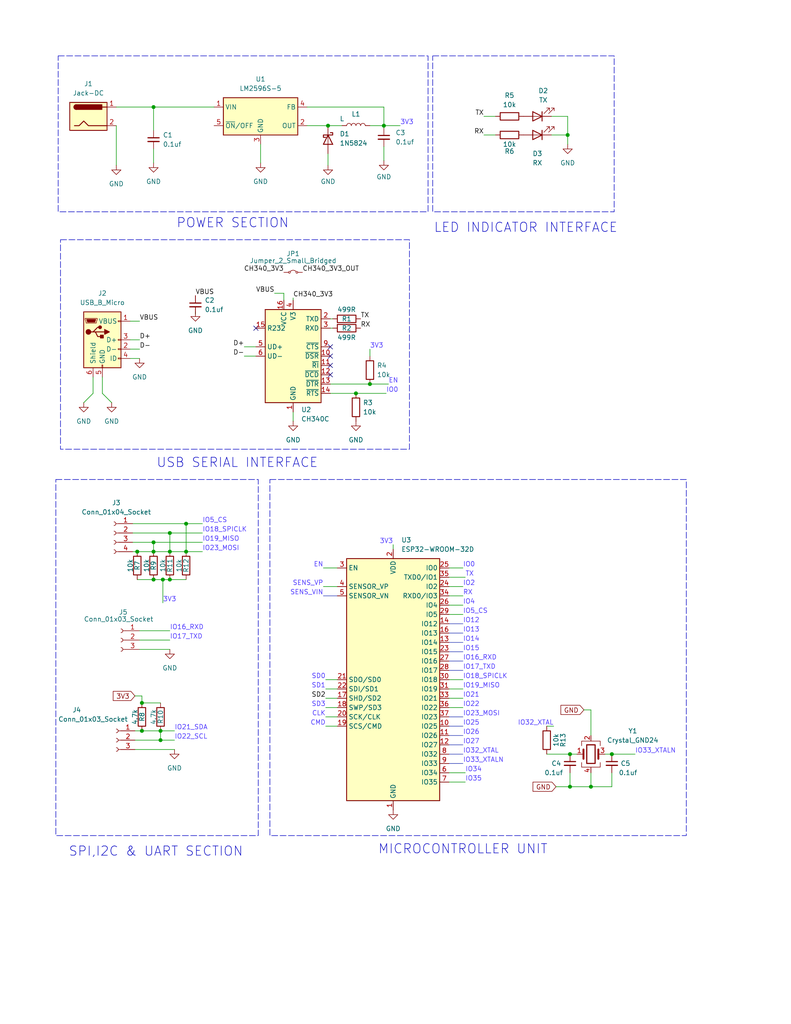
<source format=kicad_sch>
(kicad_sch (version 20231120) (generator "eeschema") (generator_version "8.0")
  (paper "A" portrait)
  (title_block (title "ESP32_DEV_BOARD") (date "2024-08-21") (rev "V1"))
  (lib_symbols
    (symbol "Connector:Conn_01x03_Socket" (pin_names (offset 1.016) hide)
      (property "Reference" "J" (at 0 5.08 0))
      (property "Value" "Conn_01x03_Socket" (at 0 -5.08 0))
      (symbol "Conn_01x03_Socket_1_1"
        (arc (start 0 -2.032) (mid -0.5058 -2.54) (end 0 -3.048) (stroke (width 0.1524)))
        (polyline (pts (xy -1.27 -2.54) (xy -0.508 -2.54)) (stroke (width 0.1524)))
        (polyline (pts (xy -1.27 0) (xy -0.508 0)) (stroke (width 0.1524)))
        (polyline (pts (xy -1.27 2.54) (xy -0.508 2.54)) (stroke (width 0.1524)))
        (arc (start 0 0.508) (mid -0.5058 0) (end 0 -0.508) (stroke (width 0.1524)))
        (arc (start 0 3.048) (mid -0.5058 2.54) (end 0 2.032) (stroke (width 0.1524)))
        (pin passive line (at -5.08 2.54 0) (length 3.81) (name "Pin_1") (number "1"))
        (pin passive line (at -5.08 0 0) (length 3.81) (name "Pin_2") (number "2"))
        (pin passive line (at -5.08 -2.54 0) (length 3.81) (name "Pin_3") (number "3"))
      )
    )
    (symbol "Connector:Conn_01x04_Socket" (pin_names (offset 1.016) hide)
      (property "Reference" "J" (at 0 5.08 0))
      (property "Value" "Conn_01x04_Socket" (at 0 -7.62 0))
      (symbol "Conn_01x04_Socket_1_1"
        (arc (start 0 -4.572) (mid -0.5058 -5.08) (end 0 -5.588) (stroke (width 0.1524)))
        (arc (start 0 -2.032) (mid -0.5058 -2.54) (end 0 -3.048) (stroke (width 0.1524)))
        (polyline (pts (xy -1.27 -5.08) (xy -0.508 -5.08)) (stroke (width 0.1524)))
        (polyline (pts (xy -1.27 -2.54) (xy -0.508 -2.54)) (stroke (width 0.1524)))
        (polyline (pts (xy -1.27 0) (xy -0.508 0)) (stroke (width 0.1524)))
        (polyline (pts (xy -1.27 2.54) (xy -0.508 2.54)) (stroke (width 0.1524)))
        (arc (start 0 0.508) (mid -0.5058 0) (end 0 -0.508) (stroke (width 0.1524)))
        (arc (start 0 3.048) (mid -0.5058 2.54) (end 0 2.032) (stroke (width 0.1524)))
        (pin passive line (at -5.08 2.54 0) (length 3.81) (name "Pin_1") (number "1"))
        (pin passive line (at -5.08 0 0) (length 3.81) (name "Pin_2") (number "2"))
        (pin passive line (at -5.08 -2.54 0) (length 3.81) (name "Pin_3") (number "3"))
        (pin passive line (at -5.08 -5.08 0) (length 3.81) (name "Pin_4") (number "4"))
      )
    )
    (symbol "Connector:Jack-DC" (pin_names (offset 1.016))
      (property "Reference" "J" (at 0 5.334 0))
      (property "Value" "Jack-DC" (at 0 -5.08 0))
      (symbol "Jack-DC_0_1"
        (rectangle (start -5.08 3.81) (end 5.08 -3.81) (stroke (width 0.254)) (fill (type background)))
        (arc (start -3.302 3.175) (mid -3.9343 2.54) (end -3.302 1.905) (stroke (width 0.254)))
        (arc (start -3.302 3.175) (mid -3.9343 2.54) (end -3.302 1.905) (stroke (width 0.254)) (fill (type outline)))
        (polyline (pts (xy 5.08 2.54) (xy 3.81 2.54)) (stroke (width 0.254)))
        (polyline (pts (xy -3.81 -2.54) (xy -2.54 -2.54) (xy -1.27 -1.27) (xy 0 -2.54) (xy 2.54 -2.54) (xy 5.08 -2.54)) (stroke (width 0.254)))
        (rectangle (start 3.683 3.175) (end -3.302 1.905) (stroke (width 0.254)) (fill (type outline)))
      )
      (symbol "Jack-DC_1_1"
        (pin passive line (at 7.62 2.54 180) (length 2.54) (name "~") (number "1"))
        (pin passive line (at 7.62 -2.54 180) (length 2.54) (name "~") (number "2"))
      )
    )
    (symbol "Connector:USB_B_Micro" (pin_names (offset 1.016))
      (property "Reference" "J" (at -5.08 11.43 0))
      (property "Value" "USB_B_Micro" (at -5.08 8.89 0))
      (symbol "USB_B_Micro_0_1"
        (rectangle (start -5.08 -7.62) (end 5.08 7.62) (stroke (width 0.254)) (fill (type background)))
        (circle (center -3.81 2.159) (radius 0.635) (stroke (width 0.254)) (fill (type outline)))
        (circle (center -0.635 3.429) (radius 0.381) (stroke (width 0.254)) (fill (type outline)))
        (rectangle (start -0.127 -7.62) (end 0.127 -6.858))
        (polyline (pts (xy -1.905 2.159) (xy 0.635 2.159)) (stroke (width 0.254)))
        (polyline (pts (xy -3.175 2.159) (xy -2.54 2.159) (xy -1.27 3.429) (xy -0.635 3.429)) (stroke (width 0.254)))
        (polyline (pts (xy -2.54 2.159) (xy -1.905 2.159) (xy -1.27 0.889) (xy 0 0.889)) (stroke (width 0.254)))
        (polyline (pts (xy 0.635 2.794) (xy 0.635 1.524) (xy 1.905 2.159) (xy 0.635 2.794)) (stroke (width 0.254)) (fill (type outline)))
        (polyline (pts (xy -4.318 5.588) (xy -1.778 5.588) (xy -2.032 4.826) (xy -4.064 4.826) (xy -4.318 5.588)) (fill (type outline)))
        (polyline (pts (xy -4.699 5.842) (xy -4.699 5.588) (xy -4.445 4.826) (xy -4.445 4.572) (xy -1.651 4.572) (xy -1.651 4.826) (xy -1.397 5.588) (xy -1.397 5.842) (xy -4.699 5.842)))
        (rectangle (start 0.254 1.27) (end -0.508 0.508) (stroke (width 0.254)) (fill (type outline)))
        (rectangle (start 5.08 -5.207) (end 4.318 -4.953))
        (rectangle (start 5.08 -2.667) (end 4.318 -2.413))
        (rectangle (start 5.08 -0.127) (end 4.318 0.127))
        (rectangle (start 5.08 4.953) (end 4.318 5.207))
      )
      (symbol "USB_B_Micro_1_1"
        (pin power_out line (at 7.62 5.08 180) (length 2.54) (name "VBUS") (number "1"))
        (pin bidirectional line (at 7.62 -2.54 180) (length 2.54) (name "D-") (number "2"))
        (pin bidirectional line (at 7.62 0 180) (length 2.54) (name "D+") (number "3"))
        (pin passive line (at 7.62 -5.08 180) (length 2.54) (name "ID") (number "4"))
        (pin power_out line (at 0 -10.16 90) (length 2.54) (name "GND") (number "5"))
        (pin passive line (at -2.54 -10.16 90) (length 2.54) (name "Shield") (number "6"))
      )
    )
    (symbol "Device:C_Small" (pin_numbers hide) (pin_names (offset 0.254) hide)
      (property "Reference" "C" (at 0.254 1.778 0))
      (property "Value" "C_Small" (at 0.254 -2.032 0))
      (symbol "C_Small_0_1"
        (polyline (pts (xy -1.524 -0.508) (xy 1.524 -0.508)) (stroke (width 0.3302)))
        (polyline (pts (xy -1.524 0.508) (xy 1.524 0.508)) (stroke (width 0.3048)))
      )
      (symbol "C_Small_1_1"
        (pin passive line (at 0 2.54 270) (length 2.032) (name "~") (number "1"))
        (pin passive line (at 0 -2.54 90) (length 2.032) (name "~") (number "2"))
      )
    )
    (symbol "Device:Crystal_GND24" (pin_names (offset 1.016) hide)
      (property "Reference" "Y" (at 3.175 5.08 0))
      (property "Value" "Crystal_GND24" (at 3.175 3.175 0))
      (symbol "Crystal_GND24_0_1"
        (rectangle (start -1.143 2.54) (end 1.143 -2.54) (stroke (width 0.3048)))
        (polyline (pts (xy -2.54 0) (xy -2.032 0)))
        (polyline (pts (xy -2.032 -1.27) (xy -2.032 1.27)) (stroke (width 0.508)))
        (polyline (pts (xy 0 -3.81) (xy 0 -3.556)))
        (polyline (pts (xy 0 3.556) (xy 0 3.81)))
        (polyline (pts (xy 2.032 -1.27) (xy 2.032 1.27)) (stroke (width 0.508)))
        (polyline (pts (xy 2.032 0) (xy 2.54 0)))
        (polyline (pts (xy -2.54 -2.286) (xy -2.54 -3.556) (xy 2.54 -3.556) (xy 2.54 -2.286)))
        (polyline (pts (xy -2.54 2.286) (xy -2.54 3.556) (xy 2.54 3.556) (xy 2.54 2.286)))
      )
      (symbol "Crystal_GND24_1_1"
        (pin passive line (at -3.81 0 0) (length 1.27) (name "1") (number "1"))
        (pin passive line (at 0 5.08 270) (length 1.27) (name "2") (number "2"))
        (pin passive line (at 3.81 0 180) (length 1.27) (name "3") (number "3"))
        (pin passive line (at 0 -5.08 90) (length 1.27) (name "4") (number "4"))
      )
    )
    (symbol "Device:L" (pin_numbers hide) (pin_names (offset 1.016) hide)
      (property "Reference" "L" (at -1.27 0 90))
      (property "Value" "L" (at 1.905 0 90))
      (symbol "L_0_1"
        (arc (start 0 -2.54) (mid 0.6323 -1.905) (end 0 -1.27))
        (arc (start 0 -1.27) (mid 0.6323 -0.635) (end 0 0))
        (arc (start 0 0) (mid 0.6323 0.635) (end 0 1.27))
        (arc (start 0 1.27) (mid 0.6323 1.905) (end 0 2.54))
      )
      (symbol "L_1_1"
        (pin passive line (at 0 3.81 270) (length 1.27) (name "1") (number "1"))
        (pin passive line (at 0 -3.81 90) (length 1.27) (name "2") (number "2"))
      )
    )
    (symbol "Device:LED" (pin_numbers hide) (pin_names (offset 1.016) hide)
      (property "Reference" "D" (at 0 2.54 0))
      (property "Value" "LED" (at 0 -2.54 0))
      (symbol "LED_0_1"
        (polyline (pts (xy -1.27 -1.27) (xy -1.27 1.27)) (stroke (width 0.254)))
        (polyline (pts (xy -1.27 0) (xy 1.27 0)))
        (polyline (pts (xy 1.27 -1.27) (xy 1.27 1.27) (xy -1.27 0) (xy 1.27 -1.27)) (stroke (width 0.254)))
        (polyline (pts (xy -3.048 -0.762) (xy -4.572 -2.286) (xy -3.81 -2.286) (xy -4.572 -2.286) (xy -4.572 -1.524)))
        (polyline (pts (xy -1.778 -0.762) (xy -3.302 -2.286) (xy -2.54 -2.286) (xy -3.302 -2.286) (xy -3.302 -1.524)))
      )
      (symbol "LED_1_1"
        (pin passive line (at -3.81 0 0) (length 2.54) (name "K") (number "1"))
        (pin passive line (at 3.81 0 180) (length 2.54) (name "A") (number "2"))
      )
    )
    (symbol "Device:R" (pin_numbers hide) (pin_names (offset 0))
      (property "Reference" "R" (at 2.032 0 90))
      (property "Value" "R" (at 0 0 90))
      (symbol "R_0_1"
        (rectangle (start -1.016 -2.54) (end 1.016 2.54) (stroke (width 0.254)))
      )
      (symbol "R_1_1"
        (pin passive line (at 0 3.81 270) (length 1.27) (name "~") (number "1"))
        (pin passive line (at 0 -3.81 90) (length 1.27) (name "~") (number "2"))
      )
    )
    (symbol "Diode:1N5817" (pin_numbers hide) (pin_names (offset 1.016) hide)
      (property "Reference" "D" (at 0 2.54 0))
      (property "Value" "1N5817" (at 0 -2.54 0))
      (symbol "1N5817_0_1"
        (polyline (pts (xy 1.27 0) (xy -1.27 0)))
        (polyline (pts (xy 1.27 1.27) (xy 1.27 -1.27) (xy -1.27 0) (xy 1.27 1.27)) (stroke (width 0.254)))
        (polyline (pts (xy -1.905 0.635) (xy -1.905 1.27) (xy -1.27 1.27) (xy -1.27 -1.27) (xy -0.635 -1.27) (xy -0.635 -0.635)) (stroke (width 0.254)))
      )
      (symbol "1N5817_1_1"
        (pin passive line (at -3.81 0 0) (length 2.54) (name "K") (number "1"))
        (pin passive line (at 3.81 0 180) (length 2.54) (name "A") (number "2"))
      )
    )
    (symbol "Interface_USB:CH340C"
      (property "Reference" "U" (at -5.08 13.97 0))
      (property "Value" "CH340C" (at 1.27 13.97 0))
      (symbol "CH340C_0_1"
        (rectangle (start -7.62 12.7) (end 7.62 -12.7) (stroke (width 0.254)) (fill (type background)))
      )
      (symbol "CH340C_1_1"
        (pin power_in line (at 0 -15.24 90) (length 2.54) (name "GND") (number "1"))
        (pin input line (at 10.16 0 180) (length 2.54) (name "~{DSR}") (number "10"))
        (pin input line (at 10.16 -2.54 180) (length 2.54) (name "~{RI}") (number "11"))
        (pin input line (at 10.16 -5.08 180) (length 2.54) (name "~{DCD}") (number "12"))
        (pin output line (at 10.16 -7.62 180) (length 2.54) (name "~{DTR}") (number "13"))
        (pin output line (at 10.16 -10.16 180) (length 2.54) (name "~{RTS}") (number "14"))
        (pin input line (at -10.16 7.62 0) (length 2.54) (name "R232") (number "15"))
        (pin power_in line (at -2.54 15.24 270) (length 2.54) (name "VCC") (number "16"))
        (pin output line (at 10.16 10.16 180) (length 2.54) (name "TXD") (number "2"))
        (pin input line (at 10.16 7.62 180) (length 2.54) (name "RXD") (number "3"))
        (pin power_out line (at 0 15.24 270) (length 2.54) (name "V3") (number "4"))
        (pin bidirectional line (at -10.16 2.54 0) (length 2.54) (name "UD+") (number "5"))
        (pin bidirectional line (at -10.16 0 0) (length 2.54) (name "UD-") (number "6"))
        (pin no_connect line (at -7.62 -5.08 0) (length 2.54) hide (name "NC") (number "7"))
        (pin no_connect line (at -7.62 -7.62 0) (length 2.54) hide (name "NC") (number "8"))
        (pin input line (at 10.16 2.54 180) (length 2.54) (name "~{CTS}") (number "9"))
      )
    )
    (symbol "Jumper:Jumper_2_Small_Bridged" (pin_numbers hide) (pin_names (offset 0) hide) (exclude_from_sim yes)
      (property "Reference" "JP" (at 0 2.032 0))
      (property "Value" "Jumper_2_Small_Bridged" (at 0 -2.286 0))
      (symbol "Jumper_2_Small_Bridged_0_0"
        (circle (center -1.016 0) (radius 0.254))
        (circle (center 1.016 0) (radius 0.254))
      )
      (symbol "Jumper_2_Small_Bridged_0_1"
        (arc (start 0.762 0.254) (mid 0 0.5696) (end -0.762 0.254))
      )
      (symbol "Jumper_2_Small_Bridged_1_1"
        (pin passive line (at -2.54 0 0) (length 1.27) (name "A") (number "1"))
        (pin passive line (at 2.54 0 180) (length 1.27) (name "B") (number "2"))
      )
    )
    (symbol "RF_Module:ESP32-WROOM-32D"
      (property "Reference" "U" (at -12.7 34.29 0))
      (property "Value" "ESP32-WROOM-32D" (at 1.27 34.29 0))
      (symbol "ESP32-WROOM-32D_0_1"
        (rectangle (start -12.7 33.02) (end 12.7 -33.02) (stroke (width 0.254)) (fill (type background)))
      )
      (symbol "ESP32-WROOM-32D_1_1"
        (pin power_in line (at 0 -35.56 90) (length 2.54) (name "GND") (number "1"))
        (pin bidirectional line (at 15.24 -12.7 180) (length 2.54) (name "IO25") (number "10"))
        (pin bidirectional line (at 15.24 -15.24 180) (length 2.54) (name "IO26") (number "11"))
        (pin bidirectional line (at 15.24 -17.78 180) (length 2.54) (name "IO27") (number "12"))
        (pin bidirectional line (at 15.24 10.16 180) (length 2.54) (name "IO14") (number "13"))
        (pin bidirectional line (at 15.24 15.24 180) (length 2.54) (name "IO12") (number "14"))
        (pin passive line (at 0 -35.56 90) (length 2.54) hide (name "GND") (number "15"))
        (pin bidirectional line (at 15.24 12.7 180) (length 2.54) (name "IO13") (number "16"))
        (pin bidirectional line (at -15.24 -5.08 0) (length 2.54) (name "SHD/SD2") (number "17"))
        (pin bidirectional line (at -15.24 -7.62 0) (length 2.54) (name "SWP/SD3") (number "18"))
        (pin bidirectional line (at -15.24 -12.7 0) (length 2.54) (name "SCS/CMD") (number "19"))
        (pin power_in line (at 0 35.56 270) (length 2.54) (name "VDD") (number "2"))
        (pin bidirectional line (at -15.24 -10.16 0) (length 2.54) (name "SCK/CLK") (number "20"))
        (pin bidirectional line (at -15.24 0 0) (length 2.54) (name "SDO/SD0") (number "21"))
        (pin bidirectional line (at -15.24 -2.54 0) (length 2.54) (name "SDI/SD1") (number "22"))
        (pin bidirectional line (at 15.24 7.62 180) (length 2.54) (name "IO15") (number "23"))
        (pin bidirectional line (at 15.24 25.4 180) (length 2.54) (name "IO2") (number "24"))
        (pin bidirectional line (at 15.24 30.48 180) (length 2.54) (name "IO0") (number "25"))
        (pin bidirectional line (at 15.24 20.32 180) (length 2.54) (name "IO4") (number "26"))
        (pin bidirectional line (at 15.24 5.08 180) (length 2.54) (name "IO16") (number "27"))
        (pin bidirectional line (at 15.24 2.54 180) (length 2.54) (name "IO17") (number "28"))
        (pin bidirectional line (at 15.24 17.78 180) (length 2.54) (name "IO5") (number "29"))
        (pin input line (at -15.24 30.48 0) (length 2.54) (name "EN") (number "3"))
        (pin bidirectional line (at 15.24 0 180) (length 2.54) (name "IO18") (number "30"))
        (pin bidirectional line (at 15.24 -2.54 180) (length 2.54) (name "IO19") (number "31"))
        (pin no_connect line (at -12.7 -27.94 0) (length 2.54) hide (name "NC") (number "32"))
        (pin bidirectional line (at 15.24 -5.08 180) (length 2.54) (name "IO21") (number "33"))
        (pin bidirectional line (at 15.24 22.86 180) (length 2.54) (name "RXD0/IO3") (number "34"))
        (pin bidirectional line (at 15.24 27.94 180) (length 2.54) (name "TXD0/IO1") (number "35"))
        (pin bidirectional line (at 15.24 -7.62 180) (length 2.54) (name "IO22") (number "36"))
        (pin bidirectional line (at 15.24 -10.16 180) (length 2.54) (name "IO23") (number "37"))
        (pin passive line (at 0 -35.56 90) (length 2.54) hide (name "GND") (number "38"))
        (pin passive line (at 0 -35.56 90) (length 2.54) hide (name "GND") (number "39"))
        (pin input line (at -15.24 25.4 0) (length 2.54) (name "SENSOR_VP") (number "4"))
        (pin input line (at -15.24 22.86 0) (length 2.54) (name "SENSOR_VN") (number "5"))
        (pin input line (at 15.24 -25.4 180) (length 2.54) (name "IO34") (number "6"))
        (pin input line (at 15.24 -27.94 180) (length 2.54) (name "IO35") (number "7"))
        (pin bidirectional line (at 15.24 -20.32 180) (length 2.54) (name "IO32") (number "8"))
        (pin bidirectional line (at 15.24 -22.86 180) (length 2.54) (name "IO33") (number "9"))
      )
    )
    (symbol "Regulator_Switching:LM2596S-5"
      (property "Reference" "U" (at -10.16 6.35 0))
      (property "Value" "LM2596S-5" (at 0 6.35 0))
      (symbol "LM2596S-5_0_1"
        (rectangle (start -10.16 5.08) (end 10.16 -5.08) (stroke (width 0.254)) (fill (type background)))
      )
      (symbol "LM2596S-5_1_1"
        (pin power_in line (at -12.7 2.54 0) (length 2.54) (name "VIN") (number "1"))
        (pin output line (at 12.7 -2.54 180) (length 2.54) (name "OUT") (number "2"))
        (pin power_in line (at 0 -7.62 90) (length 2.54) (name "GND") (number "3"))
        (pin input line (at 12.7 2.54 180) (length 2.54) (name "FB") (number "4"))
        (pin input line (at -12.7 -2.54 0) (length 2.54) (name "~{ON}/OFF") (number "5"))
      )
    )
    (symbol "power:GND" (power) (pin_numbers hide) (pin_names (offset 0) hide)
      (property "Value" "GND" (at 0 -3.81 0))
      (symbol "GND_0_1"
        (polyline (pts (xy 0 0) (xy 0 -1.27) (xy 1.27 -1.27) (xy 0 -2.54) (xy -1.27 -1.27) (xy 0 -1.27)))
      )
      (symbol "GND_1_1"
        (pin power_in line (at 0 0 270) (length 0) (name "~") (number "1"))
      )
    )
  )
  (junction (at 41.91 150.495))
  (junction (at 37.465 150.495))
  (junction (at 104.775 34.29))
  (junction (at 167.005 205.74))
  (junction (at 97.155 107.315))
  (junction (at 155.575 205.74))
  (junction (at 44.45 158.115))
  (junction (at 50.8 142.875))
  (junction (at 154.94 36.83))
  (junction (at 155.575 214.63))
  (junction (at 43.815 199.39))
  (junction (at 38.735 199.39))
  (junction (at 41.91 29.21))
  (junction (at 41.91 158.115))
  (junction (at 46.355 158.115))
  (junction (at 161.29 214.63))
  (junction (at 46.355 150.495))
  (junction (at 100.965 104.775))
  (junction (at 50.8 150.495))
  (junction (at 38.735 191.77))
  (junction (at 41.91 147.955))
  (junction (at 43.815 201.93))
  (junction (at 46.355 145.415))
  (junction (at 89.535 34.29))
  (no_connect (at 90.17 102.235))
  (no_connect (at 90.17 97.155))
  (no_connect (at 69.85 89.535))
  (no_connect (at 90.17 94.615))
  (no_connect (at 90.17 99.695))
  (wire (pts (xy 41.91 40.64) (xy 41.91 44.45)))
  (wire (pts (xy 38.1 177.165) (xy 46.355 177.165)))
  (wire (pts (xy 77.47 80.01) (xy 77.47 81.915)))
  (wire (pts (xy 46.355 145.415) (xy 55.245 145.415)))
  (wire (pts (xy 127 210.82) (xy 122.555 210.82)))
  (wire (pts (xy 167.005 205.74) (xy 173.355 205.74)))
  (wire (pts (xy 126.365 195.58) (xy 122.555 195.58)) (stroke (width 0) (color 40 56 181 1)))
  (wire (pts (xy 126.365 193.04) (xy 122.555 193.04)))
  (wire (pts (xy 154.94 31.75) (xy 150.495 31.75)))
  (wire (pts (xy 155.575 210.82) (xy 155.575 214.63)))
  (wire (pts (xy 126.365 172.72) (xy 122.555 172.72)) (stroke (width 0) (color 40 56 181 1)))
  (wire (pts (xy 126.365 154.94) (xy 122.555 154.94)))
  (wire (pts (xy 36.195 145.415) (xy 46.355 145.415)))
  (wire (pts (xy 155.575 214.63) (xy 161.29 214.63)))
  (wire (pts (xy 25.4 107.315) (xy 22.86 109.855)))
  (wire (pts (xy 90.805 86.995) (xy 90.17 86.995)))
  (wire (pts (xy 41.91 150.495) (xy 41.91 147.955)))
  (wire (pts (xy 88.265 162.56) (xy 92.075 162.56)) (stroke (width 0) (color 40 56 181 1)))
  (wire (pts (xy 41.91 158.115) (xy 44.45 158.115)))
  (wire (pts (xy 36.195 147.955) (xy 41.91 147.955)))
  (wire (pts (xy 88.9 190.5) (xy 92.075 190.5)))
  (wire (pts (xy 104.775 34.29) (xy 104.775 34.925)))
  (wire (pts (xy 90.17 104.775) (xy 100.965 104.775)))
  (wire (pts (xy 43.815 199.39) (xy 38.735 199.39)))
  (wire (pts (xy 66.675 97.155) (xy 69.85 97.155)))
  (wire (pts (xy 53.34 85.725) (xy 53.34 85.09)))
  (wire (pts (xy 41.91 29.21) (xy 58.42 29.21)))
  (wire (pts (xy 104.775 34.29) (xy 109.22 34.29)))
  (wire (pts (xy 126.365 162.56) (xy 122.555 162.56)))
  (wire (pts (xy 38.1 87.63) (xy 35.56 87.63)))
  (wire (pts (xy 41.91 29.21) (xy 41.91 35.56)))
  (wire (pts (xy 126.365 160.02) (xy 122.555 160.02)))
  (wire (pts (xy 100.965 95.25) (xy 100.965 97.155)))
  (wire (pts (xy 50.8 142.875) (xy 55.245 142.875)))
  (wire (pts (xy 132.08 31.75) (xy 135.255 31.75)))
  (wire (pts (xy 25.4 102.87) (xy 25.4 107.315)))
  (wire (pts (xy 149.225 205.74) (xy 155.575 205.74)))
  (wire (pts (xy 46.355 172.085) (xy 38.1 172.085)))
  (wire (pts (xy 31.75 29.21) (xy 41.91 29.21)))
  (wire (pts (xy 83.82 29.21) (xy 104.775 29.21)))
  (wire (pts (xy 80.01 81.28) (xy 80.01 81.915)))
  (wire (pts (xy 50.8 150.495) (xy 50.8 142.875)))
  (wire (pts (xy 104.775 40.005) (xy 104.775 43.815)))
  (wire (pts (xy 71.12 44.45) (xy 71.12 39.37)))
  (wire (pts (xy 122.555 157.48) (xy 127 157.48)))
  (wire (pts (xy 151.765 214.63) (xy 155.575 214.63)))
  (wire (pts (xy 27.94 102.87) (xy 27.94 107.315)))
  (wire (pts (xy 36.83 189.865) (xy 38.735 189.865)))
  (wire (pts (xy 126.365 182.88) (xy 122.555 182.88)) (stroke (width 0) (color 40 56 181 1)))
  (wire (pts (xy 167.005 210.82) (xy 167.005 214.63)))
  (wire (pts (xy 47.625 201.93) (xy 43.815 201.93)))
  (wire (pts (xy 132.08 36.83) (xy 135.255 36.83)))
  (wire (pts (xy 80.01 114.935) (xy 80.01 112.395)))
  (wire (pts (xy 38.1 95.25) (xy 35.56 95.25)))
  (wire (pts (xy 38.1 92.71) (xy 35.56 92.71)))
  (wire (pts (xy 88.9 193.04) (xy 92.075 193.04)))
  (wire (pts (xy 149.225 198.12) (xy 151.13 198.12)))
  (wire (pts (xy 159.385 193.675) (xy 161.29 193.675)))
  (wire (pts (xy 46.355 174.625) (xy 38.1 174.625)))
  (wire (pts (xy 66.675 94.615) (xy 69.85 94.615)))
  (wire (pts (xy 90.805 89.535) (xy 90.17 89.535)))
  (wire (pts (xy 46.355 158.115) (xy 50.8 158.115)))
  (wire (pts (xy 126.365 165.1) (xy 122.555 165.1)))
  (wire (pts (xy 41.91 150.495) (xy 46.355 150.495)))
  (wire (pts (xy 126.365 203.2) (xy 122.555 203.2)) (stroke (width 0) (color 40 56 181 1)))
  (wire (pts (xy 126.365 175.26) (xy 122.555 175.26)) (stroke (width 0) (color 40 56 181 1)))
  (wire (pts (xy 47.625 204.47) (xy 36.83 204.47)))
  (wire (pts (xy 155.575 205.74) (xy 157.48 205.74)))
  (wire (pts (xy 44.45 158.115) (xy 44.45 164.465)))
  (wire (pts (xy 38.735 199.39) (xy 36.83 199.39)))
  (wire (pts (xy 165.1 205.74) (xy 167.005 205.74)))
  (wire (pts (xy 107.315 148.59) (xy 107.315 149.86)))
  (wire (pts (xy 127 213.36) (xy 122.555 213.36)))
  (wire (pts (xy 126.365 180.34) (xy 122.555 180.34)) (stroke (width 0) (color 40 56 181 1)))
  (wire (pts (xy 126.365 170.18) (xy 122.555 170.18)) (stroke (width 0) (color 40 56 181 1)))
  (wire (pts (xy 88.9 185.42) (xy 92.075 185.42)))
  (wire (pts (xy 43.815 199.39) (xy 43.815 201.93)))
  (wire (pts (xy 50.8 150.495) (xy 55.245 150.495)))
  (wire (pts (xy 46.355 150.495) (xy 46.355 145.415)))
  (wire (pts (xy 100.965 104.775) (xy 106.045 104.775)))
  (wire (pts (xy 97.155 107.315) (xy 105.41 107.315)))
  (wire (pts (xy 83.82 34.29) (xy 89.535 34.29)))
  (wire (pts (xy 126.365 190.5) (xy 122.555 190.5)))
  (wire (pts (xy 38.1 97.79) (xy 35.56 97.79)))
  (wire (pts (xy 41.91 147.955) (xy 55.245 147.955)))
  (wire (pts (xy 47.625 199.39) (xy 43.815 199.39)))
  (wire (pts (xy 154.94 36.83) (xy 154.94 31.75)))
  (wire (pts (xy 37.465 150.495) (xy 41.91 150.495)))
  (wire (pts (xy 126.365 177.8) (xy 122.555 177.8)) (stroke (width 0) (color 40 56 181 1)))
  (wire (pts (xy 154.94 39.37) (xy 154.94 36.83)))
  (wire (pts (xy 38.735 189.865) (xy 38.735 191.77)))
  (wire (pts (xy 126.365 185.42) (xy 122.555 185.42)))
  (wire (pts (xy 88.9 187.96) (xy 92.075 187.96)))
  (wire (pts (xy 126.365 198.12) (xy 122.555 198.12)) (stroke (width 0) (color 40 56 181 1)))
  (wire (pts (xy 88.9 195.58) (xy 92.075 195.58)))
  (wire (pts (xy 161.29 193.675) (xy 161.29 200.66)))
  (wire (pts (xy 126.365 167.64) (xy 122.555 167.64)))
  (wire (pts (xy 36.195 150.495) (xy 37.465 150.495)))
  (wire (pts (xy 27.94 107.315) (xy 30.48 109.855)))
  (wire (pts (xy 44.45 158.115) (xy 46.355 158.115)))
  (wire (pts (xy 104.775 29.21) (xy 104.775 34.29)))
  (wire (pts (xy 161.29 214.63) (xy 161.29 210.82)))
  (wire (pts (xy 126.365 205.74) (xy 122.555 205.74)) (stroke (width 0) (color 40 56 181 1)))
  (wire (pts (xy 89.535 34.29) (xy 93.345 34.29)))
  (wire (pts (xy 88.9 198.12) (xy 92.075 198.12)))
  (wire (pts (xy 126.365 208.28) (xy 122.555 208.28)) (stroke (width 0) (color 40 56 181 1)))
  (wire (pts (xy 88.265 160.02) (xy 92.075 160.02)))
  (wire (pts (xy 90.17 107.315) (xy 97.155 107.315)))
  (wire (pts (xy 100.965 34.29) (xy 104.775 34.29)))
  (wire (pts (xy 126.365 187.96) (xy 122.555 187.96)))
  (wire (pts (xy 150.495 36.83) (xy 154.94 36.83)))
  (wire (pts (xy 38.735 191.77) (xy 43.815 191.77)))
  (wire (pts (xy 89.535 41.91) (xy 89.535 45.085)))
  (wire (pts (xy 36.195 142.875) (xy 50.8 142.875)))
  (wire (pts (xy 37.465 158.115) (xy 41.91 158.115)))
  (wire (pts (xy 88.265 154.94) (xy 92.075 154.94)))
  (wire (pts (xy 126.365 200.66) (xy 122.555 200.66)) (stroke (width 0) (color 40 56 181 1)))
  (wire (pts (xy 167.005 214.63) (xy 161.29 214.63)))
  (wire (pts (xy 31.75 34.29) (xy 31.75 45.085)))
  (wire (pts (xy 74.93 80.01) (xy 77.47 80.01)))
  (wire (pts (xy 46.355 150.495) (xy 50.8 150.495)))
  (wire (pts (xy 43.815 201.93) (xy 36.83 201.93)))
  (rectangle (start 15.24 130.81) (end 70.485 227.965) (stroke (width 0) (type dash)))
  (rectangle (start 118.11 15.24) (end 167.64 57.785) (stroke (width 0) (type dash)))
  (rectangle (start 73.66 130.81) (end 187.325 227.965) (stroke (width 0) (type dash)))
  (rectangle (start 16.51 65.405) (end 111.76 122.555) (stroke (width 0) (type dash)))
  (rectangle (start 15.875 15.24) (end 116.84 57.785) (stroke (width 0) (type dash)))
  (text "USB SERIAL INTERFACE\n" (at 64.77 126.365 0) (effects (font (size 2.54 2.54))))
  (text "LED INDICATOR INTERFACE\n" (at 143.51 62.23 0) (effects (font (size 2.54 2.54))))
  (text "MICROCONTROLLER UNIT" (at 126.365 231.775 0) (effects (font (size 2.54 2.54))))
  (text "POWER SECTION\n" (at 63.5 60.96 0) (effects (font (size 2.54 2.54))))
  (text "SPI,I2C & UART SECTION" (at 42.545 232.41 0) (effects (font (size 2.54 2.54))))
  (label "IO18_SPICLK" (at 126.365 185.42 0))
  (label "SD3" (at 88.9 193.04 180))
  (label "IO27" (at 126.365 203.2 0))
  (label "IO22" (at 126.365 193.04 0))
  (label "D+" (at 66.675 94.615 180))
  (label "VBUS" (at 74.93 80.01 180))
  (label "IO35" (at 127 213.36 0))
  (label "IO5_CS" (at 126.365 167.64 0))
  (label "3V3" (at 44.45 164.465 0))
  (label "SD1" (at 88.9 187.96 180))
  (label "CLK" (at 88.9 195.58 180))
  (label "SD0" (at 88.9 185.42 180))
  (label "IO23_MOSI" (at 55.245 150.495 0))
  (label "IO19_MISO" (at 55.245 147.955 0))
  (label "IO32_XTAL" (at 126.365 205.74 0))
  (label "CMD" (at 88.9 198.12 180))
  (label "RX" (at 132.08 36.83 180))
  (label "RX" (at 126.365 162.56 0))
  (label "D-" (at 38.1 95.25 0))
  (label "IO18_SPICLK" (at 55.245 145.415 0))
  (label "CH340_3V3_OUT" (at 82.55 74.295 0))
  (label "D+" (at 38.1 92.71 0))
  (label "SENS_VP" (at 88.265 160.02 180))
  (label "TX" (at 127 157.48 0))
  (label "3V3" (at 109.22 34.29 0))
  (label "IO14" (at 126.365 175.26 0))
  (label "IO21" (at 126.365 190.5 0))
  (label "IO26" (at 126.365 200.66 0))
  (label "TX" (at 132.08 31.75 180))
  (label "IO21_SDA" (at 47.625 199.39 0))
  (label "SD2" (at 88.9 190.5 180))
  (label "IO22_SCL" (at 47.625 201.93 0))
  (label "EN" (at 88.265 154.94 180))
  (label "IO16_RXD" (at 126.365 180.34 0))
  (label "VBUS" (at 53.34 80.645 0))
  (label "IO2" (at 126.365 160.02 0))
  (label "SENS_VIN" (at 88.265 162.56 180))
  (label "IO0" (at 126.365 154.94 0))
  (label "3V3" (at 100.965 95.25 0))
  (label "IO25" (at 126.365 198.12 0))
  (label "CH340_3V3" (at 80.01 81.28 0))
  (label "RX" (at 98.425 89.535 0))
  (label "IO5_CS" (at 55.245 142.875 0))
  (label "IO13" (at 126.365 172.72 0))
  (label "IO32_XTAL" (at 151.13 198.12 180))
  (label "IO34" (at 127 210.82 0))
  (label "IO19_MISO" (at 126.365 187.96 0))
  (label "EN" (at 106.045 104.775 0))
  (label "TX" (at 98.425 86.995 0))
  (label "3V3" (at 107.315 148.59 180))
  (label "IO17_TXD" (at 126.365 182.88 0))
  (label "IO4" (at 126.365 165.1 0))
  (label "IO23_MOSI" (at 126.365 195.58 0))
  (label "IO16_RXD" (at 46.355 172.085 0))
  (label "IO33_XTALN" (at 173.355 205.74 0))
  (label "D-" (at 66.675 97.155 180))
  (label "IO33_XTALN" (at 126.365 208.28 0))
  (label "IO0" (at 105.41 107.315 0))
  (label "IO17_TXD" (at 46.355 174.625 0))
  (label "CH340_3V3" (at 77.47 74.295 180))
  (label "IO15" (at 126.365 177.8 0))
  (label "IO12" (at 126.365 170.18 0))
  (label "VBUS" (at 38.1 87.63 0))
  (global_label "GND" (shape input) (at 151.765 214.63 180) (property "Intersheetrefs" "${INTERSHEET_REFS}" (effects (hide yes))))
  (global_label "GND" (shape input) (at 159.385 193.675 180) (property "Intersheetrefs" "${INTERSHEET_REFS}" (effects (hide yes))))
  (global_label "3V3" (shape input) (at 36.83 189.865 180) (property "Intersheetrefs" "${INTERSHEET_REFS}" (effects (hide yes))))
  (symbol (lib_id "Device:R") (at 139.065 31.75 90) (unit 1)
    (property "Reference" "R5" (at 139.065 26.035 90))
    (property "Value" "10k" (at 139.065 28.575 90))
    (property "Footprint" "Resistor_SMD:R_0805_2012Metric_Pad1.20x1.40mm_HandSolder" (effects (hide yes)))
    (property "Description" "Resistor" (effects (hide yes)))
  )
  (symbol (lib_id "Device:C_Small") (at 167.005 208.28 0) (mirror y) (unit 1)
    (property "Reference" "C5" (at 172.085 208.28 0) (effects (justify left)))
    (property "Value" "0.1uf" (at 173.99 210.82 0) (effects (justify left)))
    (property "Footprint" "Capacitor_SMD:C_0603_1608Metric_Pad1.08x0.95mm_HandSolder" (effects (hide yes)))
    (property "Description" "Unpolarized capacitor, small symbol" (effects (hide yes)))
  )
  (symbol (lib_id "Device:R") (at 37.465 154.305 0) (unit 1)
    (property "Reference" "R7" (at 37.465 154.305 90))
    (property "Value" "10k" (at 35.56 154.305 90))
    (property "Footprint" "Resistor_SMD:R_0805_2012Metric_Pad1.20x1.40mm_HandSolder" (effects (hide yes)))
    (property "Description" "Resistor" (effects (hide yes)))
  )
  (symbol (lib_id "power:GND") (at 71.12 44.45 0) (unit 1)
    (property "Reference" "#PWR04" (effects (hide yes)))
    (property "Value" "GND" (at 71.12 49.53 0))
    (property "Description" "Power symbol creates a global label with name \"GND\" , ground" (effects (hide yes)))
  )
  (symbol (lib_id "Connector:Conn_01x04_Socket") (at 31.115 145.415 0) (mirror y) (unit 1)
    (property "Reference" "J3" (at 31.75 137.16 0))
    (property "Value" "Conn_01x04_Socket" (at 31.75 139.7 0))
    (property "Footprint" "Connector_Harwin:Harwin_M20-89004xx_1x04_P2.54mm_Horizontal" (effects (hide yes)))
    (property "Description" "Generic connector, single row, 01x04, script generated" (effects (hide yes)))
  )
  (symbol (lib_id "RF_Module:ESP32-WROOM-32D") (at 107.315 185.42 0) (unit 1)
    (property "Reference" "U3" (at 109.5091 147.32 0) (effects (justify left)))
    (property "Value" "ESP32-WROOM-32D" (at 109.5091 149.86 0) (effects (justify left)))
    (property "Footprint" "RF_Module:ESP32-WROOM-32D" (effects (hide yes)))
    (property "Datasheet" "https://www.espressif.com/sites/default/files/documentation/esp32-wroom-32d_esp32-wroom-32u_datasheet_en.pdf" (effects (hide yes)))
    (property "Description" "RF Module, ESP32-D0WD SoC, Wi-Fi 802.11b/g/n, Bluetooth, BLE, 32-bit, 2.7-3.6V, onboard antenna, SMD" (effects (hide yes)))
  )
  (symbol (lib_id "Interface_USB:CH340C") (at 80.01 97.155 0) (unit 1)
    (property "Reference" "U2" (at 82.2041 111.76 0) (effects (justify left)))
    (property "Value" "CH340C" (at 82.2041 114.3 0) (effects (justify left)))
    (property "Footprint" "Package_SO:SOIC-16_3.9x9.9mm_P1.27mm" (effects (hide yes)))
    (property "Datasheet" "https://datasheet.lcsc.com/szlcsc/Jiangsu-Qin-Heng-CH340C_C84681.pdf" (effects (hide yes)))
    (property "Description" "USB serial converter, crystal-less, UART, SOIC-16" (effects (hide yes)))
  )
  (symbol (lib_id "Device:R") (at 97.155 111.125 0) (unit 1)
    (property "Reference" "R3" (at 99.06 109.8549 0) (effects (justify left)))
    (property "Value" "10k" (at 99.06 112.3949 0) (effects (justify left)))
    (property "Footprint" "Resistor_SMD:R_0805_2012Metric_Pad1.20x1.40mm_HandSolder" (effects (hide yes)))
    (property "Description" "Resistor" (effects (hide yes)))
  )
  (symbol (lib_id "power:GND") (at 31.75 45.085 0) (unit 1)
    (property "Reference" "#PWR03" (effects (hide yes)))
    (property "Value" "GND" (at 31.75 50.165 0))
    (property "Description" "Power symbol creates a global label with name \"GND\" , ground" (effects (hide yes)))
  )
  (symbol (lib_id "Connector:Jack-DC") (at 24.13 31.75 0) (unit 1)
    (property "Reference" "J1" (at 24.13 22.86 0))
    (property "Value" "Jack-DC" (at 24.13 25.4 0))
    (property "Footprint" "Connector_BarrelJack:BarrelJack_Horizontal" (effects (hide yes)))
    (property "Description" "DC Barrel Jack" (effects (hide yes)))
  )
  (symbol (lib_id "power:GND") (at 38.1 97.79 0) (unit 1)
    (property "Reference" "#PWR010" (effects (hide yes)))
    (property "Value" "GND" (at 38.1 102.87 0))
    (property "Description" "Power symbol creates a global label with name \"GND\" , ground" (effects (hide yes)))
  )
  (symbol (lib_id "power:GND") (at 104.775 43.815 0) (unit 1)
    (property "Reference" "#PWR05" (effects (hide yes)))
    (property "Value" "GND" (at 104.775 48.26 0))
    (property "Description" "Power symbol creates a global label with name \"GND\" , ground" (effects (hide yes)))
  )
  (symbol (lib_id "Device:R") (at 43.815 195.58 0) (unit 1)
    (property "Reference" "R10" (at 43.815 195.58 90))
    (property "Value" "4.7k" (at 41.91 195.58 90))
    (property "Footprint" "Resistor_SMD:R_0805_2012Metric_Pad1.20x1.40mm_HandSolder" (effects (hide yes)))
    (property "Description" "Resistor" (effects (hide yes)))
  )
  (symbol (lib_id "Device:LED") (at 146.685 31.75 180) (unit 1)
    (property "Reference" "D2" (at 148.2725 24.765 0))
    (property "Value" "TX" (at 148.2725 27.305 0))
    (property "Footprint" "LED_SMD:LED_0603_1608Metric_Pad1.05x0.95mm_HandSolder" (effects (hide yes)))
    (property "Description" "Light emitting diode" (effects (hide yes)))
  )
  (symbol (lib_id "Device:R") (at 139.065 36.83 270) (unit 1)
    (property "Reference" "R6" (at 139.065 41.275 90))
    (property "Value" "10k" (at 139.065 39.37 90))
    (property "Footprint" "Resistor_SMD:R_0805_2012Metric_Pad1.20x1.40mm_HandSolder" (effects (hide yes)))
    (property "Description" "Resistor" (effects (hide yes)))
  )
  (symbol (lib_id "power:GND") (at 41.91 44.45 0) (unit 1)
    (property "Reference" "#PWR02" (effects (hide yes)))
    (property "Value" "GND" (at 41.91 49.53 0))
    (property "Description" "Power symbol creates a global label with name \"GND\" , ground" (effects (hide yes)))
  )
  (symbol (lib_id "Jumper:Jumper_2_Small_Bridged") (at 80.01 74.295 0) (unit 1) (exclude_from_sim yes)
    (property "Reference" "JP1" (at 80.01 69.215 0))
    (property "Value" "Jumper_2_Small_Bridged" (at 80.01 71.12 0))
    (property "Footprint" "TestPoint:TestPoint_2Pads_Pitch2.54mm_Drill0.8mm" (effects (hide yes)))
    (property "Description" "Jumper, 2-pole, small symbol, bridged" (effects (hide yes)))
  )
  (symbol (lib_id "Device:C_Small") (at 155.575 208.28 0) (unit 1)
    (property "Reference" "C4" (at 150.495 208.28 0) (effects (justify left)))
    (property "Value" "0.1uf" (at 148.59 210.82 0) (effects (justify left)))
    (property "Footprint" "Capacitor_SMD:C_0603_1608Metric_Pad1.08x0.95mm_HandSolder" (effects (hide yes)))
    (property "Description" "Unpolarized capacitor, small symbol" (effects (hide yes)))
  )
  (symbol (lib_id "power:GND") (at 97.155 114.935 0) (unit 1)
    (property "Reference" "#PWR012" (effects (hide yes)))
    (property "Value" "GND" (at 97.155 120.015 0))
    (property "Description" "Power symbol creates a global label with name \"GND\" , ground" (effects (hide yes)))
  )
  (symbol (lib_id "Device:Crystal_GND24") (at 161.29 205.74 0) (unit 1)
    (property "Reference" "Y1" (at 172.72 199.4214 0))
    (property "Value" "Crystal_GND24" (at 172.72 201.9614 0))
    (property "Footprint" "Crystal:Crystal_SMD_3225-4Pin_3.2x2.5mm_HandSoldering" (effects (hide yes)))
    (property "Description" "Four pin crystal, GND on pins 2 and 4" (effects (hide yes)))
  )
  (symbol (lib_id "Device:R") (at 38.735 195.58 0) (unit 1)
    (property "Reference" "R8" (at 38.735 195.58 90))
    (property "Value" "4.7k" (at 36.83 195.58 90))
    (property "Footprint" "Resistor_SMD:R_0805_2012Metric_Pad1.20x1.40mm_HandSolder" (effects (hide yes)))
    (property "Description" "Resistor" (effects (hide yes)))
  )
  (symbol (lib_id "Device:C_Small") (at 41.91 38.1 0) (unit 1)
    (property "Reference" "C1" (at 44.45 36.8362 0) (effects (justify left)))
    (property "Value" "0.1uf" (at 44.45 39.3762 0) (effects (justify left)))
    (property "Footprint" "Capacitor_SMD:C_0603_1608Metric_Pad1.08x0.95mm_HandSolder" (effects (hide yes)))
    (property "Description" "Unpolarized capacitor, small symbol" (effects (hide yes)))
  )
  (symbol (lib_id "Diode:1N5817") (at 89.535 38.1 270) (unit 1)
    (property "Reference" "D1" (at 92.71 36.5124 90) (effects (justify left)))
    (property "Value" "1N5824" (at 92.71 39.0524 90) (effects (justify left)))
    (property "Footprint" "Diode_SMD:D_SMB" (effects (hide yes)))
    (property "Datasheet" "http://www.vishay.com/docs/88525/1n5817.pdf" (effects (hide yes)))
    (property "Description" "20V 1A Schottky Barrier Rectifier Diode, DO-41" (effects (hide yes)))
  )
  (symbol (lib_id "Device:C_Small") (at 104.775 37.465 0) (unit 1)
    (property "Reference" "C3" (at 107.95 36.2012 0) (effects (justify left)))
    (property "Value" "0.1uf" (at 107.95 38.7412 0) (effects (justify left)))
    (property "Footprint" "Capacitor_SMD:C_0603_1608Metric_Pad1.08x0.95mm_HandSolder" (effects (hide yes)))
    (property "Description" "Unpolarized capacitor, small symbol" (effects (hide yes)))
  )
  (symbol (lib_id "power:GND") (at 89.535 45.085 0) (unit 1)
    (property "Reference" "#PWR06" (effects (hide yes)))
    (property "Value" "GND" (at 89.535 49.53 0))
    (property "Description" "Power symbol creates a global label with name \"GND\" , ground" (effects (hide yes)))
  )
  (symbol (lib_id "Device:R") (at 50.8 154.305 0) (unit 1)
    (property "Reference" "R12" (at 50.8 154.305 90))
    (property "Value" "10k" (at 48.895 154.305 90))
    (property "Footprint" "Resistor_SMD:R_0805_2012Metric_Pad1.20x1.40mm_HandSolder" (effects (hide yes)))
    (property "Description" "Resistor" (effects (hide yes)))
  )
  (symbol (lib_id "Device:R") (at 41.91 154.305 0) (unit 1)
    (property "Reference" "R9" (at 41.91 154.305 90))
    (property "Value" "10k" (at 40.005 154.305 90))
    (property "Footprint" "Resistor_SMD:R_0805_2012Metric_Pad1.20x1.40mm_HandSolder" (effects (hide yes)))
    (property "Description" "Resistor" (effects (hide yes)))
  )
  (symbol (lib_id "Device:R") (at 94.615 89.535 90) (unit 1)
    (property "Reference" "R2" (at 94.615 89.535 90))
    (property "Value" "499R" (at 94.615 92.075 90))
    (property "Footprint" "Resistor_SMD:R_0805_2012Metric_Pad1.20x1.40mm_HandSolder" (effects (hide yes)))
    (property "Description" "Resistor" (effects (hide yes)))
  )
  (symbol (lib_id "power:GND") (at 46.355 177.165 0) (unit 1)
    (property "Reference" "#PWR014" (effects (hide yes)))
    (property "Value" "GND" (at 46.355 182.245 0))
    (property "Description" "Power symbol creates a global label with name \"GND\" , ground" (effects (hide yes)))
  )
  (symbol (lib_id "Connector:Conn_01x03_Socket") (at 33.02 174.625 0) (mirror y) (unit 1)
    (property "Reference" "J5" (at 33.655 167.005 0))
    (property "Value" "Conn_01x03_Socket" (at 32.385 168.91 0))
    (property "Footprint" "Connector_JST:JST_EH_B3B-EH-A_1x03_P2.50mm_Vertical" (effects (hide yes)))
    (property "Description" "Generic connector, single row, 01x03, script generated" (effects (hide yes)))
  )
  (symbol (lib_id "power:GND") (at 80.01 114.935 0) (unit 1)
    (property "Reference" "#PWR09" (effects (hide yes)))
    (property "Value" "GND" (at 80.01 120.015 0))
    (property "Description" "Power symbol creates a global label with name \"GND\" , ground" (effects (hide yes)))
  )
  (symbol (lib_id "Device:R") (at 94.615 86.995 90) (unit 1)
    (property "Reference" "R1" (at 94.615 86.995 90))
    (property "Value" "499R" (at 94.615 84.455 90))
    (property "Footprint" "Resistor_SMD:R_0805_2012Metric_Pad1.20x1.40mm_HandSolder" (effects (hide yes)))
    (property "Description" "Resistor" (effects (hide yes)))
  )
  (symbol (lib_id "Device:L") (at 97.155 34.29 90) (unit 1)
    (property "Reference" "L1" (at 97.155 31.115 90))
    (property "Value" "L" (at 93.345 32.385 90))
    (property "Footprint" "Inductor_SMD:L_0805_2012Metric_Pad1.15x1.40mm_HandSolder" (effects (hide yes)))
    (property "Description" "Inductor" (effects (hide yes)))
  )
  (symbol (lib_id "power:GND") (at 22.86 109.855 0) (unit 1)
    (property "Reference" "#PWR07" (effects (hide yes)))
    (property "Value" "GND" (at 22.86 114.935 0))
    (property "Description" "Power symbol creates a global label with name \"GND\" , ground" (effects (hide yes)))
  )
  (symbol (lib_id "power:GND") (at 30.48 109.855 0) (unit 1)
    (property "Reference" "#PWR08" (effects (hide yes)))
    (property "Value" "GND" (at 30.48 114.935 0))
    (property "Description" "Power symbol creates a global label with name \"GND\" , ground" (effects (hide yes)))
  )
  (symbol (lib_id "Device:LED") (at 146.685 36.83 180) (unit 1)
    (property "Reference" "D3" (at 146.685 41.91 0))
    (property "Value" "RX" (at 146.685 44.45 0))
    (property "Footprint" "LED_SMD:LED_0603_1608Metric_Pad1.05x0.95mm_HandSolder" (effects (hide yes)))
    (property "Description" "Light emitting diode" (effects (hide yes)))
  )
  (symbol (lib_id "Device:R") (at 149.225 201.93 0) (unit 1)
    (property "Reference" "R13" (at 153.67 201.93 90))
    (property "Value" "10k" (at 151.765 201.93 90))
    (property "Footprint" "Resistor_SMD:R_0805_2012Metric_Pad1.20x1.40mm_HandSolder" (effects (hide yes)))
    (property "Description" "Resistor" (effects (hide yes)))
  )
  (symbol (lib_id "Device:C_Small") (at 53.34 83.185 0) (unit 1)
    (property "Reference" "C2" (at 55.88 81.9212 0) (effects (justify left)))
    (property "Value" "0.1uf" (at 55.88 84.4612 0) (effects (justify left)))
    (property "Footprint" "Capacitor_SMD:C_0603_1608Metric_Pad1.08x0.95mm_HandSolder" (effects (hide yes)))
    (property "Description" "Unpolarized capacitor, small symbol" (effects (hide yes)))
  )
  (symbol (lib_id "Device:R") (at 100.965 100.965 0) (unit 1)
    (property "Reference" "R4" (at 102.87 99.6949 0) (effects (justify left)))
    (property "Value" "10k" (at 102.87 102.2349 0) (effects (justify left)))
    (property "Footprint" "Resistor_SMD:R_0805_2012Metric_Pad1.20x1.40mm_HandSolder" (effects (hide yes)))
    (property "Description" "Resistor" (effects (hide yes)))
  )
  (symbol (lib_id "Device:R") (at 46.355 154.305 0) (unit 1)
    (property "Reference" "R11" (at 46.355 154.305 90))
    (property "Value" "10k" (at 44.45 154.305 90))
    (property "Footprint" "Resistor_SMD:R_0805_2012Metric_Pad1.20x1.40mm_HandSolder" (effects (hide yes)))
    (property "Description" "Resistor" (effects (hide yes)))
  )
  (symbol (lib_id "Connector:USB_B_Micro") (at 27.94 92.71 0) (unit 1)
    (property "Reference" "J2" (at 27.94 80.01 0))
    (property "Value" "USB_B_Micro" (at 27.94 82.55 0))
    (property "Footprint" "Connector_USB:USB_Mini-B_Wuerth_65100516121_Horizontal" (effects (hide yes)))
    (property "Description" "USB Micro Type B connector" (effects (hide yes)))
  )
  (symbol (lib_id "power:GND") (at 107.315 220.98 0) (unit 1)
    (property "Reference" "#PWR01" (effects (hide yes)))
    (property "Value" "GND" (at 107.315 226.06 0))
    (property "Description" "Power symbol creates a global label with name \"GND\" , ground" (effects (hide yes)))
  )
  (symbol (lib_id "Regulator_Switching:LM2596S-5") (at 71.12 31.75 0) (unit 1)
    (property "Reference" "U1" (at 71.12 21.59 0))
    (property "Value" "LM2596S-5" (at 71.12 24.13 0))
    (property "Footprint" "Package_TO_SOT_SMD:TO-263-5_TabPin3" (effects (hide yes)))
    (property "Datasheet" "http://www.ti.com/lit/ds/symlink/lm2596.pdf" (effects (hide yes)))
    (property "Description" "5V 3A Step-Down Voltage Regulator, TO-263" (effects (hide yes)))
  )
  (symbol (lib_id "power:GND") (at 47.625 204.47 0) (unit 1)
    (property "Reference" "#PWR015" (effects (hide yes)))
    (property "Value" "GND" (at 47.625 209.55 0))
    (property "Description" "Power symbol creates a global label with name \"GND\" , ground" (effects (hide yes)))
  )
  (symbol (lib_id "power:GND") (at 154.94 39.37 0) (unit 1)
    (property "Reference" "#PWR013" (effects (hide yes)))
    (property "Value" "GND" (at 154.94 44.45 0))
    (property "Description" "Power symbol creates a global label with name \"GND\" , ground" (effects (hide yes)))
  )
  (symbol (lib_id "power:GND") (at 53.34 85.09 0) (unit 1)
    (property "Reference" "#PWR011" (effects (hide yes)))
    (property "Value" "GND" (at 53.34 90.17 0))
    (property "Description" "Power symbol creates a global label with name \"GND\" , ground" (effects (hide yes)))
  )
  (symbol (lib_id "Connector:Conn_01x03_Socket") (at 31.75 201.93 0) (mirror y) (unit 1)
    (property "Reference" "J4" (at 20.955 193.675 0))
    (property "Value" "Conn_01x03_Socket" (at 25.4 196.215 0))
    (property "Footprint" "Connector_JST:JST_EH_B3B-EH-A_1x03_P2.50mm_Vertical" (effects (hide yes)))
    (property "Description" "Generic connector, single row, 01x03, script generated" (effects (hide yes)))
  )
)
</source>
